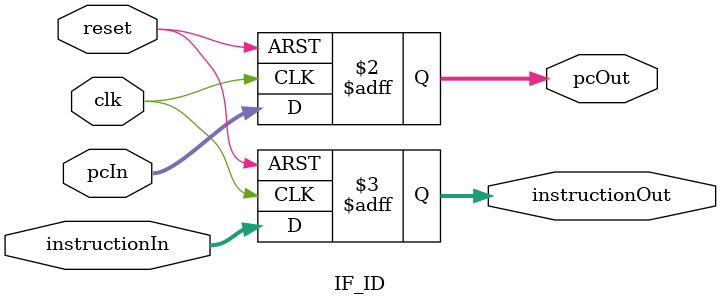
<source format=v>
module IF_ID (
    input clk,
    input reset,
    input [31:0] pcIn,
    input [31:0] instructionIn,
    output reg [31:0] pcOut,
    output reg [31:0] instructionOut
);

always @(posedge clk or posedge reset) begin
    if (reset) begin
        pcOut <= 0;
        instructionOut <= 0;
    end else begin
        pcOut <= pcIn;
        instructionOut <= instructionIn;
    end
end

endmodule
</source>
